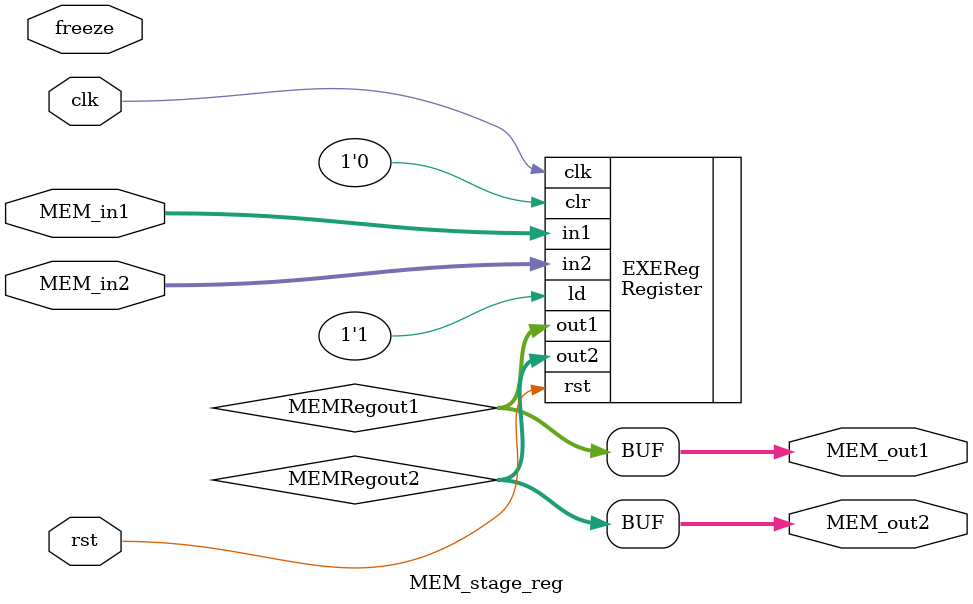
<source format=v>
module MEM_stage_reg(
    input clk, rst,
    input freeze,
    input [31:0] MEM_in1,
    input [31:0] MEM_in2,
    output [31:0] MEM_out1,
    output [31:0] MEM_out2
);

    wire [31:0] MEMRegout1,MEMRegout2 ;
   Register #(32) EXEReg(
        .clk(clk),
        .rst(rst),
        .in1(MEM_in1),
        .in2(MEM_in2),
        .ld(1'b1),
        .clr(1'b0),
        .out1(MEMRegout1),
        .out2(MEMRegout2)
    );



    assign MEM_out1 = MEMRegout1;
    assign MEM_out2 = MEMRegout2;


endmodule
</source>
